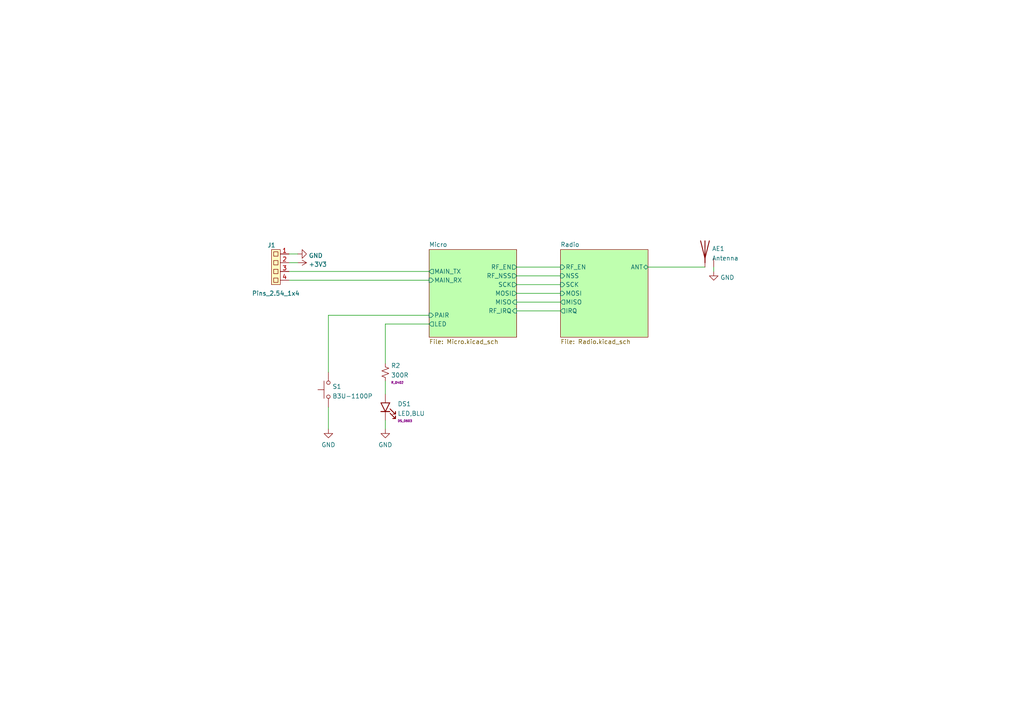
<source format=kicad_sch>
(kicad_sch (version 20211123) (generator eeschema)

  (uuid 97c91a29-0302-4c3f-9625-c57f93fa17ea)

  (paper "A4")

  (lib_symbols
    (symbol "DS_LED:DS_0603" (pin_numbers hide) (pin_names (offset 1.016) hide) (in_bom yes) (on_board yes)
      (property "Reference" "DS" (id 0) (at 0 2.54 0)
        (effects (font (size 1.27 1.27)))
      )
      (property "Value" "DS_0603" (id 1) (at 0 -5.08 0)
        (effects (font (size 1.27 1.27)))
      )
      (property "Footprint" "DS_LED:DS_0603" (id 2) (at 0 -7.62 0)
        (effects (font (size 1.27 1.27)) hide)
      )
      (property "Datasheet" "" (id 3) (at 0 -6.35 0)
        (effects (font (size 1.27 1.27)) hide)
      )
      (property "Size" "DS_0603" (id 4) (at 0 -3.81 0)
        (effects (font (size 0.635 0.635)))
      )
      (symbol "DS_0603_1_1"
        (polyline
          (pts
            (xy -1.27 -1.27)
            (xy -1.27 1.27)
          )
          (stroke (width 0.254) (type default) (color 0 0 0 0))
          (fill (type none))
        )
        (polyline
          (pts
            (xy -1.27 -1.27)
            (xy -1.27 1.27)
          )
          (stroke (width 0.254) (type default) (color 0 0 0 0))
          (fill (type none))
        )
        (polyline
          (pts
            (xy 1.27 -1.27)
            (xy 1.27 1.27)
            (xy -1.27 0)
            (xy 1.27 -1.27)
          )
          (stroke (width 0.254) (type default) (color 0 0 0 0))
          (fill (type none))
        )
        (polyline
          (pts
            (xy -1.778 -1.397)
            (xy -3.302 -2.921)
            (xy -2.54 -2.921)
            (xy -3.302 -2.921)
            (xy -3.302 -2.159)
          )
          (stroke (width 0) (type default) (color 0 0 0 0))
          (fill (type none))
        )
        (polyline
          (pts
            (xy -1.778 -1.397)
            (xy -3.302 -2.921)
            (xy -2.54 -2.921)
            (xy -3.302 -2.921)
            (xy -3.302 -2.159)
          )
          (stroke (width 0) (type default) (color 0 0 0 0))
          (fill (type none))
        )
        (polyline
          (pts
            (xy -1.778 -1.397)
            (xy -3.302 -2.921)
            (xy -2.54 -2.921)
            (xy -3.302 -2.921)
            (xy -3.302 -2.159)
          )
          (stroke (width 0) (type default) (color 0 0 0 0))
          (fill (type none))
        )
        (polyline
          (pts
            (xy -1.778 -1.397)
            (xy -3.302 -2.921)
            (xy -2.54 -2.921)
            (xy -3.302 -2.921)
            (xy -3.302 -2.159)
          )
          (stroke (width 0) (type default) (color 0 0 0 0))
          (fill (type none))
        )
        (polyline
          (pts
            (xy -1.778 -1.397)
            (xy -3.302 -2.921)
            (xy -2.54 -2.921)
            (xy -3.302 -2.921)
            (xy -3.302 -2.159)
          )
          (stroke (width 0) (type default) (color 0 0 0 0))
          (fill (type none))
        )
        (polyline
          (pts
            (xy -1.778 -1.397)
            (xy -3.302 -2.921)
            (xy -2.54 -2.921)
            (xy -3.302 -2.921)
            (xy -3.302 -2.159)
          )
          (stroke (width 0) (type default) (color 0 0 0 0))
          (fill (type none))
        )
        (polyline
          (pts
            (xy -1.778 -1.397)
            (xy -3.302 -2.921)
            (xy -2.54 -2.921)
            (xy -3.302 -2.921)
            (xy -3.302 -2.159)
          )
          (stroke (width 0) (type default) (color 0 0 0 0))
          (fill (type none))
        )
        (polyline
          (pts
            (xy -1.778 -1.397)
            (xy -3.302 -2.921)
            (xy -2.54 -2.921)
            (xy -3.302 -2.921)
            (xy -3.302 -2.159)
          )
          (stroke (width 0) (type default) (color 0 0 0 0))
          (fill (type none))
        )
        (polyline
          (pts
            (xy -0.508 -1.397)
            (xy -2.032 -2.921)
            (xy -1.27 -2.921)
            (xy -2.032 -2.921)
            (xy -2.032 -2.159)
          )
          (stroke (width 0) (type default) (color 0 0 0 0))
          (fill (type none))
        )
        (polyline
          (pts
            (xy -0.508 -1.397)
            (xy -2.032 -2.921)
            (xy -1.27 -2.921)
            (xy -2.032 -2.921)
            (xy -2.032 -2.159)
          )
          (stroke (width 0) (type default) (color 0 0 0 0))
          (fill (type none))
        )
        (polyline
          (pts
            (xy -0.508 -1.397)
            (xy -2.032 -2.921)
            (xy -1.27 -2.921)
            (xy -2.032 -2.921)
            (xy -2.032 -2.159)
          )
          (stroke (width 0) (type default) (color 0 0 0 0))
          (fill (type none))
        )
        (polyline
          (pts
            (xy -0.508 -1.397)
            (xy -2.032 -2.921)
            (xy -1.27 -2.921)
            (xy -2.032 -2.921)
            (xy -2.032 -2.159)
          )
          (stroke (width 0) (type default) (color 0 0 0 0))
          (fill (type none))
        )
        (polyline
          (pts
            (xy -0.508 -1.397)
            (xy -2.032 -2.921)
            (xy -1.27 -2.921)
            (xy -2.032 -2.921)
            (xy -2.032 -2.159)
          )
          (stroke (width 0) (type default) (color 0 0 0 0))
          (fill (type none))
        )
        (polyline
          (pts
            (xy -0.508 -1.397)
            (xy -2.032 -2.921)
            (xy -1.27 -2.921)
            (xy -2.032 -2.921)
            (xy -2.032 -2.159)
          )
          (stroke (width 0) (type default) (color 0 0 0 0))
          (fill (type none))
        )
        (polyline
          (pts
            (xy -0.508 -1.397)
            (xy -2.032 -2.921)
            (xy -1.27 -2.921)
            (xy -2.032 -2.921)
            (xy -2.032 -2.159)
          )
          (stroke (width 0) (type default) (color 0 0 0 0))
          (fill (type none))
        )
        (polyline
          (pts
            (xy -0.508 -1.397)
            (xy -2.032 -2.921)
            (xy -1.27 -2.921)
            (xy -2.032 -2.921)
            (xy -2.032 -2.159)
          )
          (stroke (width 0) (type default) (color 0 0 0 0))
          (fill (type none))
        )
        (pin passive line (at -3.81 0 0) (length 2.54)
          (name "K" (effects (font (size 1.27 1.27))))
          (number "1" (effects (font (size 1.27 1.27))))
        )
        (pin passive line (at 3.81 0 180) (length 2.54)
          (name "A" (effects (font (size 1.27 1.27))))
          (number "2" (effects (font (size 1.27 1.27))))
        )
      )
    )
    (symbol "Device:Antenna" (pin_numbers hide) (pin_names (offset 1.016) hide) (in_bom yes) (on_board yes)
      (property "Reference" "AE1" (id 0) (at 2.032 0.2735 0)
        (effects (font (size 1.27 1.27)) (justify left))
      )
      (property "Value" "Antenna" (id 1) (at 2.032 -2.5016 0)
        (effects (font (size 1.27 1.27)) (justify left))
      )
      (property "Footprint" "RF_Antenna:Texas_SWRA117D_2.4GHz_Right" (id 2) (at 0 0 0)
        (effects (font (size 1.27 1.27)) hide)
      )
      (property "Datasheet" "~" (id 3) (at 0 0 0)
        (effects (font (size 1.27 1.27)) hide)
      )
      (property "ki_keywords" "antenna" (id 4) (at 0 0 0)
        (effects (font (size 1.27 1.27)) hide)
      )
      (property "ki_description" "Antenna" (id 5) (at 0 0 0)
        (effects (font (size 1.27 1.27)) hide)
      )
      (symbol "Antenna_0_1"
        (polyline
          (pts
            (xy 0 2.54)
            (xy 0 -3.81)
          )
          (stroke (width 0.254) (type default) (color 0 0 0 0))
          (fill (type none))
        )
        (polyline
          (pts
            (xy 1.27 2.54)
            (xy 0 -2.54)
            (xy -1.27 2.54)
          )
          (stroke (width 0.254) (type default) (color 0 0 0 0))
          (fill (type none))
        )
      )
      (symbol "Antenna_1_1"
        (pin input line (at 0 -5.08 90) (length 2.54)
          (name "A" (effects (font (size 1.27 1.27))))
          (number "1" (effects (font (size 1.27 1.27))))
        )
        (pin power_in line (at 2.54 -5.08 90) (length 2.54)
          (name "G" (effects (font (size 1.27 1.27))))
          (number "2" (effects (font (size 1.27 1.27))))
        )
      )
    )
    (symbol "J_Connector:Pins_2.54_1x4" (pin_names hide) (in_bom yes) (on_board yes)
      (property "Reference" "J" (id 0) (at -1.27 11.43 0)
        (effects (font (size 1.27 1.27)))
      )
      (property "Value" "Pins_2.54_1x4" (id 1) (at 0 -1.27 0)
        (effects (font (size 1.27 1.27)))
      )
      (property "Footprint" "J_Connector:Pins-2.54-1x4" (id 2) (at 0 -3.175 0)
        (effects (font (size 1.27 1.27)) hide)
      )
      (property "Datasheet" "" (id 3) (at 0 0 0)
        (effects (font (size 1.27 1.27)) hide)
      )
      (symbol "Pins_2.54_1x4_0_1"
        (rectangle (start -1.27 10.16) (end 1.27 0)
          (stroke (width 0.1524) (type default) (color 0 0 0 0))
          (fill (type background))
        )
        (rectangle (start -0.635 1.905) (end 0.635 0.635)
          (stroke (width 0.1524) (type default) (color 0 0 0 0))
          (fill (type none))
        )
        (rectangle (start -0.635 4.445) (end 0.635 3.175)
          (stroke (width 0.1524) (type default) (color 0 0 0 0))
          (fill (type none))
        )
        (rectangle (start -0.635 6.985) (end 0.635 5.715)
          (stroke (width 0.1524) (type default) (color 0 0 0 0))
          (fill (type none))
        )
        (rectangle (start -0.635 9.525) (end 0.635 8.255)
          (stroke (width 0.1524) (type default) (color 0 0 0 0))
          (fill (type none))
        )
      )
      (symbol "Pins_2.54_1x4_1_1"
        (pin passive line (at -3.81 8.89 0) (length 2.54)
          (name "1" (effects (font (size 1.27 1.27))))
          (number "1" (effects (font (size 1.27 1.27))))
        )
        (pin passive line (at -3.81 6.35 0) (length 2.54)
          (name "2" (effects (font (size 1.27 1.27))))
          (number "2" (effects (font (size 1.27 1.27))))
        )
        (pin passive line (at -3.81 3.81 0) (length 2.54)
          (name "3" (effects (font (size 1.27 1.27))))
          (number "3" (effects (font (size 1.27 1.27))))
        )
        (pin passive line (at -3.81 1.27 0) (length 2.54)
          (name "4" (effects (font (size 1.27 1.27))))
          (number "4" (effects (font (size 1.27 1.27))))
        )
      )
    )
    (symbol "R_Resistor:R_0402" (pin_numbers hide) (pin_names (offset 1.016)) (in_bom yes) (on_board yes)
      (property "Reference" "R" (id 0) (at 2.54 1.905 0)
        (effects (font (size 1.27 1.27)))
      )
      (property "Value" "R_0402" (id 1) (at 5.08 0 0)
        (effects (font (size 1.27 1.27)))
      )
      (property "Footprint" "R_Resistor:R_0402" (id 2) (at -2.54 0 90)
        (effects (font (size 1.27 1.27)) hide)
      )
      (property "Datasheet" "" (id 3) (at -2.54 -3.81 0)
        (effects (font (size 1.27 1.27)) hide)
      )
      (property "Size" "R_0402" (id 4) (at 3.81 -1.905 0)
        (effects (font (size 0.635 0.635)))
      )
      (symbol "R_0402_1_1"
        (polyline
          (pts
            (xy 0 0)
            (xy 1.016 -0.381)
            (xy 0 -0.762)
            (xy -1.016 -1.143)
            (xy 0 -1.524)
          )
          (stroke (width 0) (type default) (color 0 0 0 0))
          (fill (type none))
        )
        (polyline
          (pts
            (xy 0 1.524)
            (xy 1.016 1.143)
            (xy 0 0.762)
            (xy -1.016 0.381)
            (xy 0 0)
          )
          (stroke (width 0) (type default) (color 0 0 0 0))
          (fill (type none))
        )
        (pin passive line (at 0 2.54 270) (length 1.016)
          (name "~" (effects (font (size 1.27 1.27))))
          (number "1" (effects (font (size 1.27 1.27))))
        )
        (pin passive line (at 0 -2.54 90) (length 1.016)
          (name "~" (effects (font (size 1.27 1.27))))
          (number "2" (effects (font (size 1.27 1.27))))
        )
      )
    )
    (symbol "S_Switch:B3U-1100P" (pin_numbers hide) (pin_names hide) (in_bom yes) (on_board yes)
      (property "Reference" "S" (id 0) (at -5.08 5.08 0)
        (effects (font (size 1.27 1.27)))
      )
      (property "Value" "B3U-1100P" (id 1) (at 0 -2.54 0)
        (effects (font (size 1.27 1.27)))
      )
      (property "Footprint" "S_Switch:Button_3.0x2.5" (id 2) (at -10.16 -19.05 0)
        (effects (font (size 1.27 1.27)) hide)
      )
      (property "Datasheet" "" (id 3) (at -10.16 -19.05 0)
        (effects (font (size 1.27 1.27)) hide)
      )
      (property "ki_keywords" "SWITCH TACTILE SPST-NO 0.05A 12V" (id 4) (at 0 0 0)
        (effects (font (size 1.27 1.27)) hide)
      )
      (symbol "B3U-1100P_0_1"
        (circle (center -2.032 0) (radius 0.508)
          (stroke (width 0) (type default) (color 0 0 0 0))
          (fill (type none))
        )
        (polyline
          (pts
            (xy 0 1.27)
            (xy 0 3.048)
          )
          (stroke (width 0) (type default) (color 0 0 0 0))
          (fill (type none))
        )
        (polyline
          (pts
            (xy 2.54 1.27)
            (xy -2.54 1.27)
          )
          (stroke (width 0) (type default) (color 0 0 0 0))
          (fill (type none))
        )
        (circle (center 2.032 0) (radius 0.508)
          (stroke (width 0) (type default) (color 0 0 0 0))
          (fill (type none))
        )
        (pin passive line (at -5.08 0 0) (length 2.54)
          (name "1" (effects (font (size 1.27 1.27))))
          (number "1" (effects (font (size 1.27 1.27))))
        )
        (pin passive line (at 5.08 0 180) (length 2.54)
          (name "2" (effects (font (size 1.27 1.27))))
          (number "2" (effects (font (size 1.27 1.27))))
        )
      )
    )
    (symbol "power:+3V3" (power) (pin_names (offset 0)) (in_bom yes) (on_board yes)
      (property "Reference" "#PWR" (id 0) (at 0 -3.81 0)
        (effects (font (size 1.27 1.27)) hide)
      )
      (property "Value" "+3V3" (id 1) (at 0 3.556 0)
        (effects (font (size 1.27 1.27)))
      )
      (property "Footprint" "" (id 2) (at 0 0 0)
        (effects (font (size 1.27 1.27)) hide)
      )
      (property "Datasheet" "" (id 3) (at 0 0 0)
        (effects (font (size 1.27 1.27)) hide)
      )
      (property "ki_keywords" "power-flag" (id 4) (at 0 0 0)
        (effects (font (size 1.27 1.27)) hide)
      )
      (property "ki_description" "Power symbol creates a global label with name \"+3V3\"" (id 5) (at 0 0 0)
        (effects (font (size 1.27 1.27)) hide)
      )
      (symbol "+3V3_0_1"
        (polyline
          (pts
            (xy -0.762 1.27)
            (xy 0 2.54)
          )
          (stroke (width 0) (type default) (color 0 0 0 0))
          (fill (type none))
        )
        (polyline
          (pts
            (xy 0 0)
            (xy 0 2.54)
          )
          (stroke (width 0) (type default) (color 0 0 0 0))
          (fill (type none))
        )
        (polyline
          (pts
            (xy 0 2.54)
            (xy 0.762 1.27)
          )
          (stroke (width 0) (type default) (color 0 0 0 0))
          (fill (type none))
        )
      )
      (symbol "+3V3_1_1"
        (pin power_in line (at 0 0 90) (length 0) hide
          (name "+3V3" (effects (font (size 1.27 1.27))))
          (number "1" (effects (font (size 1.27 1.27))))
        )
      )
    )
    (symbol "power:GND" (power) (pin_names (offset 0)) (in_bom yes) (on_board yes)
      (property "Reference" "#PWR" (id 0) (at 0 -6.35 0)
        (effects (font (size 1.27 1.27)) hide)
      )
      (property "Value" "GND" (id 1) (at 0 -3.81 0)
        (effects (font (size 1.27 1.27)))
      )
      (property "Footprint" "" (id 2) (at 0 0 0)
        (effects (font (size 1.27 1.27)) hide)
      )
      (property "Datasheet" "" (id 3) (at 0 0 0)
        (effects (font (size 1.27 1.27)) hide)
      )
      (property "ki_keywords" "power-flag" (id 4) (at 0 0 0)
        (effects (font (size 1.27 1.27)) hide)
      )
      (property "ki_description" "Power symbol creates a global label with name \"GND\" , ground" (id 5) (at 0 0 0)
        (effects (font (size 1.27 1.27)) hide)
      )
      (symbol "GND_0_1"
        (polyline
          (pts
            (xy 0 0)
            (xy 0 -1.27)
            (xy 1.27 -1.27)
            (xy 0 -2.54)
            (xy -1.27 -1.27)
            (xy 0 -1.27)
          )
          (stroke (width 0) (type default) (color 0 0 0 0))
          (fill (type none))
        )
      )
      (symbol "GND_1_1"
        (pin power_in line (at 0 0 270) (length 0) hide
          (name "GND" (effects (font (size 1.27 1.27))))
          (number "1" (effects (font (size 1.27 1.27))))
        )
      )
    )
  )


  (wire (pts (xy 83.82 73.66) (xy 86.36 73.66))
    (stroke (width 0) (type default) (color 0 0 0 0))
    (uuid 092981c3-96ba-4d5f-b852-84616eaa3384)
  )
  (wire (pts (xy 111.76 121.92) (xy 111.76 124.46))
    (stroke (width 0) (type default) (color 0 0 0 0))
    (uuid 13bce8f0-c6be-46cf-84ec-91d755f2a509)
  )
  (wire (pts (xy 95.25 107.95) (xy 95.25 91.44))
    (stroke (width 0) (type default) (color 0 0 0 0))
    (uuid 1d25d361-3b9d-4be3-8f00-3ad357551d5a)
  )
  (wire (pts (xy 111.76 110.49) (xy 111.76 114.3))
    (stroke (width 0) (type default) (color 0 0 0 0))
    (uuid 1dcc0304-8506-49e2-a794-9ce16d71723f)
  )
  (wire (pts (xy 83.82 78.74) (xy 124.46 78.74))
    (stroke (width 0) (type default) (color 0 0 0 0))
    (uuid 1df386e9-ae20-4142-a2e8-00a7ba5793b8)
  )
  (wire (pts (xy 111.76 93.98) (xy 124.46 93.98))
    (stroke (width 0) (type default) (color 0 0 0 0))
    (uuid 2997e99b-0b8a-4a51-b953-52c816260ca2)
  )
  (wire (pts (xy 83.82 76.2) (xy 86.36 76.2))
    (stroke (width 0) (type default) (color 0 0 0 0))
    (uuid 2ceac13c-41f7-40aa-bcb3-d376a5486f3d)
  )
  (wire (pts (xy 149.86 85.09) (xy 162.56 85.09))
    (stroke (width 0) (type default) (color 0 0 0 0))
    (uuid 2da4b548-2d33-432f-89d1-23fecbda64df)
  )
  (wire (pts (xy 187.96 77.47) (xy 204.47 77.47))
    (stroke (width 0) (type default) (color 0 0 0 0))
    (uuid 2fa33016-a873-46a0-b62d-72c7ca5f2330)
  )
  (wire (pts (xy 83.82 81.28) (xy 124.46 81.28))
    (stroke (width 0) (type default) (color 0 0 0 0))
    (uuid 31d70e00-8a3d-456e-a321-32b990bc63e2)
  )
  (wire (pts (xy 149.86 90.17) (xy 162.56 90.17))
    (stroke (width 0) (type default) (color 0 0 0 0))
    (uuid 502d0a12-31a1-4f30-8073-2b506471f579)
  )
  (wire (pts (xy 207.01 77.47) (xy 207.01 78.74))
    (stroke (width 0) (type default) (color 0 0 0 0))
    (uuid 599a7c97-7342-4ada-8739-2848edddcd19)
  )
  (wire (pts (xy 95.25 118.11) (xy 95.25 124.46))
    (stroke (width 0) (type default) (color 0 0 0 0))
    (uuid 65e21924-6c92-48f9-b6ae-35b983db440c)
  )
  (wire (pts (xy 149.86 87.63) (xy 162.56 87.63))
    (stroke (width 0) (type default) (color 0 0 0 0))
    (uuid 94039810-be54-40c3-9055-9d48ac69cf96)
  )
  (wire (pts (xy 111.76 93.98) (xy 111.76 105.41))
    (stroke (width 0) (type default) (color 0 0 0 0))
    (uuid 980572b8-3ce0-47b8-94fc-d0a46854345a)
  )
  (wire (pts (xy 149.86 82.55) (xy 162.56 82.55))
    (stroke (width 0) (type default) (color 0 0 0 0))
    (uuid af9771a4-c1c6-4e39-92ff-f6f57f45c235)
  )
  (wire (pts (xy 95.25 91.44) (xy 124.46 91.44))
    (stroke (width 0) (type default) (color 0 0 0 0))
    (uuid bf723bb8-079d-4bd6-af53-15db96977326)
  )
  (wire (pts (xy 149.86 80.01) (xy 162.56 80.01))
    (stroke (width 0) (type default) (color 0 0 0 0))
    (uuid e98e94da-0a5e-420a-98de-d27d6a82a716)
  )
  (wire (pts (xy 149.86 77.47) (xy 162.56 77.47))
    (stroke (width 0) (type default) (color 0 0 0 0))
    (uuid fba801ed-5f72-4516-966e-db363c0328ec)
  )

  (symbol (lib_id "Device:Antenna") (at 204.47 72.39 0) (unit 1)
    (in_bom no) (on_board yes) (fields_autoplaced)
    (uuid 0708ed3d-4ff9-451f-bfe6-7e70fcbd16f7)
    (property "Reference" "AE1" (id 0) (at 206.502 72.1165 0)
      (effects (font (size 1.27 1.27)) (justify left))
    )
    (property "Value" "Antenna" (id 1) (at 206.502 74.8916 0)
      (effects (font (size 1.27 1.27)) (justify left))
    )
    (property "Footprint" "RF_Antenna:Texas_SWRA117D_2.4GHz_Right" (id 2) (at 204.47 72.39 0)
      (effects (font (size 1.27 1.27)) hide)
    )
    (property "Datasheet" "~" (id 3) (at 204.47 72.39 0)
      (effects (font (size 1.27 1.27)) hide)
    )
    (pin "1" (uuid 15bc9eef-0946-49c6-8a44-d19876f36948))
    (pin "2" (uuid 762521e1-98cb-469a-9a0b-95344f305650))
  )

  (symbol (lib_id "power:GND") (at 207.01 78.74 0) (unit 1)
    (in_bom yes) (on_board yes) (fields_autoplaced)
    (uuid 4f7cab1d-a573-4263-a748-56e7d8f3aeec)
    (property "Reference" "#PWR0101" (id 0) (at 207.01 85.09 0)
      (effects (font (size 1.27 1.27)) hide)
    )
    (property "Value" "GND" (id 1) (at 208.915 80.489 0)
      (effects (font (size 1.27 1.27)) (justify left))
    )
    (property "Footprint" "" (id 2) (at 207.01 78.74 0)
      (effects (font (size 1.27 1.27)) hide)
    )
    (property "Datasheet" "" (id 3) (at 207.01 78.74 0)
      (effects (font (size 1.27 1.27)) hide)
    )
    (pin "1" (uuid e304d2b0-60c0-4e80-8f12-1ea9b6ed3262))
  )

  (symbol (lib_id "R_Resistor:R_0402") (at 111.76 107.95 0) (unit 1)
    (in_bom yes) (on_board yes) (fields_autoplaced)
    (uuid 5586e909-7f56-4d01-bfd3-ca1bf79915ec)
    (property "Reference" "R2" (id 0) (at 113.411 106.0447 0)
      (effects (font (size 1.27 1.27)) (justify left))
    )
    (property "Value" "300R" (id 1) (at 113.411 108.8198 0)
      (effects (font (size 1.27 1.27)) (justify left))
    )
    (property "Footprint" "R_Resistor:R_0402" (id 2) (at 109.22 107.95 90)
      (effects (font (size 1.27 1.27)) hide)
    )
    (property "Datasheet" "" (id 3) (at 109.22 111.76 0)
      (effects (font (size 1.27 1.27)) hide)
    )
    (property "Size" "R_0402" (id 4) (at 113.411 110.9647 0)
      (effects (font (size 0.635 0.635)) (justify left))
    )
    (pin "1" (uuid 56401a21-04a7-49e2-9e07-2e2e65c0661e))
    (pin "2" (uuid 53b50cd8-df33-4c21-946f-15007eb2776a))
  )

  (symbol (lib_id "DS_LED:DS_0603") (at 111.76 118.11 90) (unit 1)
    (in_bom yes) (on_board yes) (fields_autoplaced)
    (uuid 5c2ca625-ac48-4d6e-8531-e92794b3225a)
    (property "Reference" "DS1" (id 0) (at 115.316 117.1572 90)
      (effects (font (size 1.27 1.27)) (justify right))
    )
    (property "Value" "LED,BLU" (id 1) (at 115.316 119.9323 90)
      (effects (font (size 1.27 1.27)) (justify right))
    )
    (property "Footprint" "DS_LED:DS_0603" (id 2) (at 119.38 118.11 0)
      (effects (font (size 1.27 1.27)) hide)
    )
    (property "Datasheet" "" (id 3) (at 118.11 118.11 0)
      (effects (font (size 1.27 1.27)) hide)
    )
    (property "Size" "DS_0603" (id 4) (at 115.316 122.0772 90)
      (effects (font (size 0.635 0.635)) (justify right))
    )
    (pin "1" (uuid 818220c1-5c15-43cc-b24d-6cae26e09bfe))
    (pin "2" (uuid cc6b6644-18dd-4991-8e7f-da3c9795519c))
  )

  (symbol (lib_id "J_Connector:Pins_2.54_1x4") (at 80.01 82.55 0) (mirror y) (unit 1)
    (in_bom yes) (on_board yes)
    (uuid 60a551d2-0144-41a9-b055-c0edc988f1d2)
    (property "Reference" "J1" (id 0) (at 78.74 71.12 0))
    (property "Value" "Pins_2.54_1x4" (id 1) (at 80.01 85.09 0))
    (property "Footprint" "J_Connector:Pins-2.54-1x4" (id 2) (at 80.01 85.725 0)
      (effects (font (size 1.27 1.27)) hide)
    )
    (property "Datasheet" "" (id 3) (at 80.01 82.55 0)
      (effects (font (size 1.27 1.27)) hide)
    )
    (pin "1" (uuid be12ddf8-692f-4b63-a355-aa7a21d251ca))
    (pin "2" (uuid 002affc0-c8ae-4195-b103-6535d27c4f51))
    (pin "3" (uuid 6a5b7ea8-4d92-4b00-9001-02de5839e663))
    (pin "4" (uuid 1bbfc8d8-6666-4344-8349-318d24c56082))
  )

  (symbol (lib_id "power:GND") (at 111.76 124.46 0) (unit 1)
    (in_bom yes) (on_board yes) (fields_autoplaced)
    (uuid 72649136-dd87-4331-9834-0867c0834f0e)
    (property "Reference" "#PWR018" (id 0) (at 111.76 130.81 0)
      (effects (font (size 1.27 1.27)) hide)
    )
    (property "Value" "GND" (id 1) (at 111.76 129.0225 0))
    (property "Footprint" "" (id 2) (at 111.76 124.46 0)
      (effects (font (size 1.27 1.27)) hide)
    )
    (property "Datasheet" "" (id 3) (at 111.76 124.46 0)
      (effects (font (size 1.27 1.27)) hide)
    )
    (pin "1" (uuid 016b0f8f-39f4-4912-a0b4-5ee486803a73))
  )

  (symbol (lib_id "power:+3V3") (at 86.36 76.2 270) (unit 1)
    (in_bom yes) (on_board yes) (fields_autoplaced)
    (uuid 7c855bf7-924f-4dd5-a48c-fe93f5902804)
    (property "Reference" "#PWR02" (id 0) (at 82.55 76.2 0)
      (effects (font (size 1.27 1.27)) hide)
    )
    (property "Value" "+3V3" (id 1) (at 89.535 76.679 90)
      (effects (font (size 1.27 1.27)) (justify left))
    )
    (property "Footprint" "" (id 2) (at 86.36 76.2 0)
      (effects (font (size 1.27 1.27)) hide)
    )
    (property "Datasheet" "" (id 3) (at 86.36 76.2 0)
      (effects (font (size 1.27 1.27)) hide)
    )
    (pin "1" (uuid 94963697-6c0e-47d7-884b-898f6f6cfa4d))
  )

  (symbol (lib_id "S_Switch:B3U-1100P") (at 95.25 113.03 90) (unit 1)
    (in_bom yes) (on_board yes) (fields_autoplaced)
    (uuid 9a5ad5b4-8be1-4a9f-a026-5a88c3017a55)
    (property "Reference" "S1" (id 0) (at 96.393 112.1215 90)
      (effects (font (size 1.27 1.27)) (justify right))
    )
    (property "Value" "B3U-1100P" (id 1) (at 96.393 114.8966 90)
      (effects (font (size 1.27 1.27)) (justify right))
    )
    (property "Footprint" "S_Switch:Button_3.0x2.5" (id 2) (at 114.3 123.19 0)
      (effects (font (size 1.27 1.27)) hide)
    )
    (property "Datasheet" "" (id 3) (at 114.3 123.19 0)
      (effects (font (size 1.27 1.27)) hide)
    )
    (pin "1" (uuid 2a7ca307-ef12-4cf1-a2a7-2a1e70f528b3))
    (pin "2" (uuid 8e58cc78-4763-4688-b908-7099a32355a6))
  )

  (symbol (lib_id "power:GND") (at 95.25 124.46 0) (unit 1)
    (in_bom yes) (on_board yes) (fields_autoplaced)
    (uuid e84cf5ab-7553-422b-b2e9-e75f8d43d1a7)
    (property "Reference" "#PWR013" (id 0) (at 95.25 130.81 0)
      (effects (font (size 1.27 1.27)) hide)
    )
    (property "Value" "GND" (id 1) (at 95.25 129.0225 0))
    (property "Footprint" "" (id 2) (at 95.25 124.46 0)
      (effects (font (size 1.27 1.27)) hide)
    )
    (property "Datasheet" "" (id 3) (at 95.25 124.46 0)
      (effects (font (size 1.27 1.27)) hide)
    )
    (pin "1" (uuid 05eb8dfb-1d7c-409b-8d97-11603436db92))
  )

  (symbol (lib_id "power:GND") (at 86.36 73.66 90) (unit 1)
    (in_bom yes) (on_board yes) (fields_autoplaced)
    (uuid fdbffd02-1850-419b-b0f1-51958d8c2a2c)
    (property "Reference" "#PWR01" (id 0) (at 92.71 73.66 0)
      (effects (font (size 1.27 1.27)) hide)
    )
    (property "Value" "GND" (id 1) (at 89.535 74.139 90)
      (effects (font (size 1.27 1.27)) (justify right))
    )
    (property "Footprint" "" (id 2) (at 86.36 73.66 0)
      (effects (font (size 1.27 1.27)) hide)
    )
    (property "Datasheet" "" (id 3) (at 86.36 73.66 0)
      (effects (font (size 1.27 1.27)) hide)
    )
    (pin "1" (uuid 7e2a7032-251f-4e51-b71f-c752348a79dd))
  )

  (sheet (at 124.46 72.39) (size 25.4 25.4) (fields_autoplaced)
    (stroke (width 0.1524) (type solid) (color 0 0 0 0))
    (fill (color 191 255 175 1.0000))
    (uuid 5bfbe1be-7ec8-431a-8fbf-7539023f775b)
    (property "Sheet name" "Micro" (id 0) (at 124.46 71.6784 0)
      (effects (font (size 1.27 1.27)) (justify left bottom))
    )
    (property "Sheet file" "Micro.kicad_sch" (id 1) (at 124.46 98.3746 0)
      (effects (font (size 1.27 1.27)) (justify left top))
    )
    (pin "MAIN_TX" output (at 124.46 78.74 180)
      (effects (font (size 1.27 1.27)) (justify left))
      (uuid e67c2cb8-b0f3-46b1-ab55-1d08fd669683)
    )
    (pin "MAIN_RX" input (at 124.46 81.28 180)
      (effects (font (size 1.27 1.27)) (justify left))
      (uuid 552205e3-3fec-4b56-b2a0-1dd2d953617c)
    )
    (pin "MOSI" output (at 149.86 85.09 0)
      (effects (font (size 1.27 1.27)) (justify right))
      (uuid d7e265c6-74a5-4ab8-8f42-468a17464207)
    )
    (pin "MISO" input (at 149.86 87.63 0)
      (effects (font (size 1.27 1.27)) (justify right))
      (uuid 9273e1a4-b769-438c-9a1c-937e9ce72f17)
    )
    (pin "SCK" output (at 149.86 82.55 0)
      (effects (font (size 1.27 1.27)) (justify right))
      (uuid fb11cb78-f9a8-44ea-83eb-122ddd1168ed)
    )
    (pin "RF_NSS" output (at 149.86 80.01 0)
      (effects (font (size 1.27 1.27)) (justify right))
      (uuid 17fbf4f3-40d0-4060-a14b-faea2178ef25)
    )
    (pin "RF_IRQ" input (at 149.86 90.17 0)
      (effects (font (size 1.27 1.27)) (justify right))
      (uuid cb50ade1-805a-40a5-ae94-0ec06314c123)
    )
    (pin "RF_EN" output (at 149.86 77.47 0)
      (effects (font (size 1.27 1.27)) (justify right))
      (uuid 341e5d3d-25c4-4356-be4d-308a0c712386)
    )
    (pin "PAIR" input (at 124.46 91.44 180)
      (effects (font (size 1.27 1.27)) (justify left))
      (uuid e2a672d2-4399-45bf-8ea3-a51a1e6f9e2c)
    )
    (pin "LED" output (at 124.46 93.98 180)
      (effects (font (size 1.27 1.27)) (justify left))
      (uuid 62d5e6a9-7f10-490d-8384-9a45384feab6)
    )
  )

  (sheet (at 162.56 72.39) (size 25.4 25.4) (fields_autoplaced)
    (stroke (width 0.1524) (type solid) (color 0 0 0 0))
    (fill (color 191 255 175 1.0000))
    (uuid 93f897be-2739-4b64-9ea7-a4bd2793b0c0)
    (property "Sheet name" "Radio" (id 0) (at 162.56 71.6784 0)
      (effects (font (size 1.27 1.27)) (justify left bottom))
    )
    (property "Sheet file" "Radio.kicad_sch" (id 1) (at 162.56 98.3746 0)
      (effects (font (size 1.27 1.27)) (justify left top))
    )
    (pin "IRQ" output (at 162.56 90.17 180)
      (effects (font (size 1.27 1.27)) (justify left))
      (uuid 6b5c043d-aaed-4f62-a7f3-2c3628cd1b17)
    )
    (pin "MOSI" input (at 162.56 85.09 180)
      (effects (font (size 1.27 1.27)) (justify left))
      (uuid 40fa4761-e3bd-4490-b6da-e058ae96b4be)
    )
    (pin "RF_EN" input (at 162.56 77.47 180)
      (effects (font (size 1.27 1.27)) (justify left))
      (uuid 92d25172-2da2-4519-a576-bcc46c60786c)
    )
    (pin "NSS" input (at 162.56 80.01 180)
      (effects (font (size 1.27 1.27)) (justify left))
      (uuid 70a9e8d0-22ca-45af-944a-7f3597d3996c)
    )
    (pin "SCK" input (at 162.56 82.55 180)
      (effects (font (size 1.27 1.27)) (justify left))
      (uuid 0416b57f-7d79-4f8c-8d11-e918b3bc9d92)
    )
    (pin "MISO" output (at 162.56 87.63 180)
      (effects (font (size 1.27 1.27)) (justify left))
      (uuid f5702171-e905-463b-956b-3c925bebd6da)
    )
    (pin "ANT" bidirectional (at 187.96 77.47 0)
      (effects (font (size 1.27 1.27)) (justify right))
      (uuid bcce7d93-fea0-4931-a04a-306b0c162b9e)
    )
  )

  (sheet_instances
    (path "/" (page "1"))
    (path "/93f897be-2739-4b64-9ea7-a4bd2793b0c0" (page "2"))
    (path "/5bfbe1be-7ec8-431a-8fbf-7539023f775b" (page "3"))
  )

  (symbol_instances
    (path "/fdbffd02-1850-419b-b0f1-51958d8c2a2c"
      (reference "#PWR01") (unit 1) (value "GND") (footprint "")
    )
    (path "/7c855bf7-924f-4dd5-a48c-fe93f5902804"
      (reference "#PWR02") (unit 1) (value "+3V3") (footprint "")
    )
    (path "/93f897be-2739-4b64-9ea7-a4bd2793b0c0/ccdf8f6e-d54e-435a-a1ac-3d17c054ca32"
      (reference "#PWR03") (unit 1) (value "+3V3") (footprint "")
    )
    (path "/93f897be-2739-4b64-9ea7-a4bd2793b0c0/94e2fbb3-aafe-4220-88ff-2341ab9b43c7"
      (reference "#PWR04") (unit 1) (value "GND") (footprint "")
    )
    (path "/93f897be-2739-4b64-9ea7-a4bd2793b0c0/17e77a87-5a56-4cbb-891f-ce588b7885ef"
      (reference "#PWR05") (unit 1) (value "GND") (footprint "")
    )
    (path "/93f897be-2739-4b64-9ea7-a4bd2793b0c0/b60f5f68-82cb-491b-aa45-c689869d72da"
      (reference "#PWR06") (unit 1) (value "GND") (footprint "")
    )
    (path "/93f897be-2739-4b64-9ea7-a4bd2793b0c0/707da1ae-ed70-4bcb-94a4-756b1b086903"
      (reference "#PWR07") (unit 1) (value "GND") (footprint "")
    )
    (path "/93f897be-2739-4b64-9ea7-a4bd2793b0c0/26005005-e6b3-4c62-911a-cce71ce4875b"
      (reference "#PWR08") (unit 1) (value "+3V3") (footprint "")
    )
    (path "/93f897be-2739-4b64-9ea7-a4bd2793b0c0/c33bac33-ec94-4c6a-b2d8-2489a84916fd"
      (reference "#PWR09") (unit 1) (value "GND") (footprint "")
    )
    (path "/93f897be-2739-4b64-9ea7-a4bd2793b0c0/f0f8cf1f-3ff8-46d0-9eb2-234d68d5a48a"
      (reference "#PWR010") (unit 1) (value "GND") (footprint "")
    )
    (path "/5bfbe1be-7ec8-431a-8fbf-7539023f775b/227deb12-8fd2-46b3-9ebf-e112d0c47c82"
      (reference "#PWR011") (unit 1) (value "+3V3") (footprint "")
    )
    (path "/5bfbe1be-7ec8-431a-8fbf-7539023f775b/60b7e46d-054d-4d27-b522-185a061a7014"
      (reference "#PWR012") (unit 1) (value "GND") (footprint "")
    )
    (path "/e84cf5ab-7553-422b-b2e9-e75f8d43d1a7"
      (reference "#PWR013") (unit 1) (value "GND") (footprint "")
    )
    (path "/5bfbe1be-7ec8-431a-8fbf-7539023f775b/4511a38a-5100-4df8-88e1-5a3b64b92911"
      (reference "#PWR014") (unit 1) (value "+3V3") (footprint "")
    )
    (path "/5bfbe1be-7ec8-431a-8fbf-7539023f775b/4a1f5b3e-897c-4c3b-9826-ecd7f3f7a584"
      (reference "#PWR015") (unit 1) (value "GND") (footprint "")
    )
    (path "/5bfbe1be-7ec8-431a-8fbf-7539023f775b/4b85bced-0d98-45d5-8d6e-888fa3cc7301"
      (reference "#PWR016") (unit 1) (value "+3V3") (footprint "")
    )
    (path "/5bfbe1be-7ec8-431a-8fbf-7539023f775b/3c46a2d8-dbc8-494d-a143-d22be84f23f3"
      (reference "#PWR017") (unit 1) (value "GND") (footprint "")
    )
    (path "/72649136-dd87-4331-9834-0867c0834f0e"
      (reference "#PWR018") (unit 1) (value "GND") (footprint "")
    )
    (path "/4f7cab1d-a573-4263-a748-56e7d8f3aeec"
      (reference "#PWR0101") (unit 1) (value "GND") (footprint "")
    )
    (path "/0708ed3d-4ff9-451f-bfe6-7e70fcbd16f7"
      (reference "AE1") (unit 1) (value "Antenna") (footprint "RF_Antenna:Texas_SWRA117D_2.4GHz_Right")
    )
    (path "/93f897be-2739-4b64-9ea7-a4bd2793b0c0/66f14b25-2eb6-4ef6-bb93-e72e4af08a58"
      (reference "C1") (unit 1) (value "2.2n") (footprint "C_Capacitor:C_0402")
    )
    (path "/93f897be-2739-4b64-9ea7-a4bd2793b0c0/8dcd019e-e15b-44e9-b868-f5a4b759d30a"
      (reference "C2") (unit 1) (value "22p") (footprint "C_Capacitor:C_0402")
    )
    (path "/93f897be-2739-4b64-9ea7-a4bd2793b0c0/58f84711-f825-4e79-a17c-73e75a67b397"
      (reference "C3") (unit 1) (value "22p") (footprint "C_Capacitor:C_0402")
    )
    (path "/93f897be-2739-4b64-9ea7-a4bd2793b0c0/51f149be-021e-45bb-bd00-0da67634fa92"
      (reference "C4") (unit 1) (value "33n") (footprint "C_Capacitor:C_0402")
    )
    (path "/93f897be-2739-4b64-9ea7-a4bd2793b0c0/f56a2331-981b-4f77-9511-54231f1bf4c5"
      (reference "C5") (unit 1) (value "100n") (footprint "C_Capacitor:C_0402")
    )
    (path "/93f897be-2739-4b64-9ea7-a4bd2793b0c0/4f641cfd-7d5b-4c1b-90c2-954fe10ef7b8"
      (reference "C6") (unit 1) (value "33n") (footprint "C_Capacitor:C_0402")
    )
    (path "/93f897be-2739-4b64-9ea7-a4bd2793b0c0/c3866571-afaa-4fa4-9655-06a295cab3fa"
      (reference "C7") (unit 1) (value "2.2n") (footprint "C_Capacitor:C_0402")
    )
    (path "/93f897be-2739-4b64-9ea7-a4bd2793b0c0/a84c836f-8666-43c4-acea-2b6f4b42ec19"
      (reference "C8") (unit 1) (value "1.5p") (footprint "C_Capacitor:C_0402")
    )
    (path "/93f897be-2739-4b64-9ea7-a4bd2793b0c0/f6b3bdc1-94ba-4b67-b809-df68a0542860"
      (reference "C9") (unit 1) (value "4.7p") (footprint "C_Capacitor:C_0402")
    )
    (path "/93f897be-2739-4b64-9ea7-a4bd2793b0c0/8263e0c3-6d4f-4f7e-8df7-d92ec262f2f7"
      (reference "C10") (unit 1) (value "1.0p") (footprint "C_Capacitor:C_0402")
    )
    (path "/5bfbe1be-7ec8-431a-8fbf-7539023f775b/9361635a-60fb-4fc6-9cff-90130a333ba8"
      (reference "C11") (unit 1) (value "10u") (footprint "C_Capacitor:C_0805")
    )
    (path "/5bfbe1be-7ec8-431a-8fbf-7539023f775b/e63599af-0440-495e-b8ec-63a9a02eac95"
      (reference "C12") (unit 1) (value "100n") (footprint "C_Capacitor:C_0402")
    )
    (path "/5bfbe1be-7ec8-431a-8fbf-7539023f775b/f0a243e2-ab7f-409c-b442-1fb003aa4d16"
      (reference "C13") (unit 1) (value "100n") (footprint "C_Capacitor:C_0402")
    )
    (path "/5c2ca625-ac48-4d6e-8531-e92794b3225a"
      (reference "DS1") (unit 1) (value "LED,BLU") (footprint "DS_LED:DS_0603")
    )
    (path "/60a551d2-0144-41a9-b055-c0edc988f1d2"
      (reference "J1") (unit 1) (value "Pins_2.54_1x4") (footprint "J_Connector:Pins-2.54-1x4")
    )
    (path "/5bfbe1be-7ec8-431a-8fbf-7539023f775b/7a343669-e30d-4ddb-bbfd-8fb9c8060118"
      (reference "J2") (unit 1) (value "TC_2030_NL_STLINK") (footprint "N_NonPart:TagConnect_2030_NL")
    )
    (path "/93f897be-2739-4b64-9ea7-a4bd2793b0c0/2c1b5c3c-7625-4f63-a848-8a6a6ea0e12f"
      (reference "L1") (unit 1) (value "2.7nH") (footprint "L_Inductor:FB_0402")
    )
    (path "/93f897be-2739-4b64-9ea7-a4bd2793b0c0/9e4f6a50-87b2-4bcb-ae21-5e9f00682bbc"
      (reference "L2") (unit 1) (value "8.2nH") (footprint "L_Inductor:FB_0402")
    )
    (path "/93f897be-2739-4b64-9ea7-a4bd2793b0c0/12a9edfc-8e12-4580-baa0-cc8108d2bc66"
      (reference "L3") (unit 1) (value "3.9nH") (footprint "L_Inductor:FB_0402")
    )
    (path "/93f897be-2739-4b64-9ea7-a4bd2793b0c0/2e03eae6-9e74-4554-8b53-3b43bd8740ba"
      (reference "R1") (unit 1) (value "22K") (footprint "R_Resistor:R_0402")
    )
    (path "/5586e909-7f56-4d01-bfd3-ca1bf79915ec"
      (reference "R2") (unit 1) (value "300R") (footprint "R_Resistor:R_0402")
    )
    (path "/5bfbe1be-7ec8-431a-8fbf-7539023f775b/a71ed36b-fcc3-4014-8309-e07b352f3d03"
      (reference "R3") (unit 1) (value "47K") (footprint "R_Resistor:R_0402")
    )
    (path "/5bfbe1be-7ec8-431a-8fbf-7539023f775b/82c2ff6c-96a6-4a32-a74b-bb5383bc9904"
      (reference "R4") (unit 1) (value "47K") (footprint "R_Resistor:R_0402")
    )
    (path "/9a5ad5b4-8be1-4a9f-a026-5a88c3017a55"
      (reference "S1") (unit 1) (value "B3U-1100P") (footprint "S_Switch:Button_3.0x2.5")
    )
    (path "/93f897be-2739-4b64-9ea7-a4bd2793b0c0/3e711c96-6427-44e5-88ba-3e366307bf27"
      (reference "U1") (unit 1) (value "SI24R1") (footprint "U_IC:QFN20_05_4x4_EP")
    )
    (path "/5bfbe1be-7ec8-431a-8fbf-7539023f775b/e54fe45d-d8c3-4139-986e-f760a37ca36c"
      (reference "U2") (unit 1) (value "STM32G061GxUx") (footprint "U_IC:QFN28_05_4x4")
    )
    (path "/93f897be-2739-4b64-9ea7-a4bd2793b0c0/e4b58698-fe97-4d07-94a6-a0d4c868c5dd"
      (reference "Y1") (unit 1) (value "ECS-160-10-37-RWM-TR") (footprint "Y_Oscillator:Crystal_SMD4_2.0x1.6")
    )
  )
)

</source>
